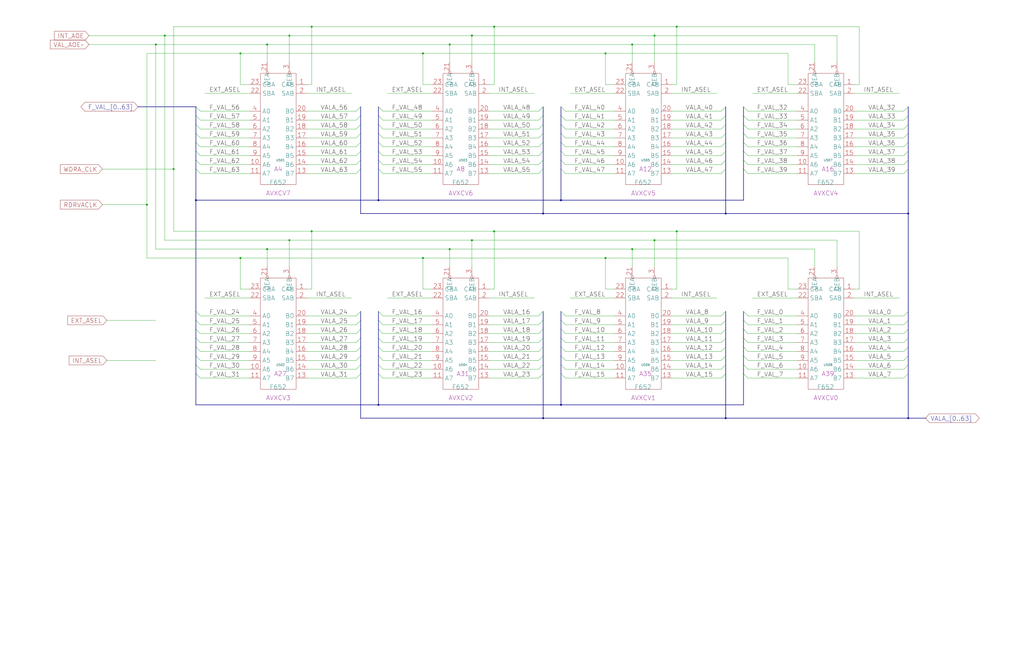
<source format=kicad_sch>
(kicad_sch (version 20250114) (generator "eeschema") (generator_version "9.0")
  (paper "User" 584.2 378.46)
  (title_block (title "AXCVR\\nVALUE") (date "08-MAR-90") (rev "0.0") (comment 1 "MEM32 BOARD") (comment 2 "232-003066") (comment 3 "S400") (comment 4 "RELEASED"))
  (lib_symbols
    (symbol "r1000:F652" (pin_names (offset 1.016))
      (property "Reference" "U" (at 2.54 5.08 0))
      (property "Value" "F652" (at -3.81 -7.62 0))
      (property "Location" "___" (at -1.27 0 0))
      (property "Name" "______" (at 1.27 -15.24 0))
      (symbol "F652_1_1"
        (rectangle (start -8.89 54.61) (end 11.43 -8.89))
        (circle (center -5.08 55.245) (radius 0.635))
        (circle (center 7.62 55.245) (radius 0.635))
        (pin input line (at -15.24 48.26 0) (length 6.35) (name "CBA") (number "23"))
        (pin input line (at -15.24 43.18 0) (length 6.35) (name "SBA") (number "22"))
        (pin bidirectional line (at -15.24 33.02 0) (length 6.35) (name "A0") (number "4"))
        (pin bidirectional line (at -15.24 27.94 0) (length 6.35) (name "A1") (number "5"))
        (pin bidirectional line (at -15.24 22.86 0) (length 6.35) (name "A2") (number "6"))
        (pin bidirectional line (at -15.24 17.78 0) (length 6.35) (name "A3") (number "7"))
        (pin bidirectional line (at -15.24 12.7 0) (length 6.35) (name "A4") (number "8"))
        (pin bidirectional line (at -15.24 7.62 0) (length 6.35) (name "A5") (number "9"))
        (pin bidirectional line (at -15.24 2.54 0) (length 6.35) (name "A6") (number "10"))
        (pin bidirectional line (at -15.24 -2.54 0) (length 6.35) (name "A7") (number "11"))
        (pin input line (at -5.08 60.96 270) (length 5.08) (name "OEA") (number "21"))
        (pin input line (at 7.62 60.96 270) (length 5.08) (name "OEB") (number "3"))
        (pin input line (at 17.78 48.26 180) (length 6.35) (name "CAB") (number "1"))
        (pin input line (at 17.78 43.18 180) (length 6.35) (name "SAB") (number "2"))
        (pin bidirectional line (at 17.78 33.02 180) (length 6.35) (name "B0") (number "20"))
        (pin bidirectional line (at 17.78 27.94 180) (length 6.35) (name "B1") (number "19"))
        (pin bidirectional line (at 17.78 22.86 180) (length 6.35) (name "B2") (number "18"))
        (pin bidirectional line (at 17.78 17.78 180) (length 6.35) (name "B3") (number "17"))
        (pin bidirectional line (at 17.78 12.7 180) (length 6.35) (name "B4") (number "16"))
        (pin bidirectional line (at 17.78 7.62 180) (length 6.35) (name "B5") (number "15"))
        (pin bidirectional line (at 17.78 2.54 180) (length 6.35) (name "B6") (number "14"))
        (pin bidirectional line (at 17.78 -2.54 180) (length 6.35) (name "B7") (number "13"))
      )
    )
  )
  (junction (at 518.16 238.76))
  (junction (at 165.1 137.16))
  (junction (at 215.9 231.14))
  (junction (at 256.54 25.4))
  (junction (at 152.4 25.4))
  (junction (at 241.3 30.48))
  (junction (at 93.98 20.32))
  (junction (at 165.1 20.32))
  (junction (at 215.9 114.3))
  (junction (at 309.88 238.76))
  (junction (at 83.82 116.84))
  (junction (at 518.16 121.92))
  (junction (at 360.68 142.24))
  (junction (at 320.04 114.3))
  (junction (at 414.02 121.92))
  (junction (at 360.68 25.4))
  (junction (at 281.94 15.24))
  (junction (at 137.16 30.48))
  (junction (at 269.24 20.32))
  (junction (at 269.24 137.16))
  (junction (at 345.44 30.48))
  (junction (at 137.16 147.32))
  (junction (at 256.54 142.24))
  (junction (at 345.44 147.32))
  (junction (at 373.38 20.32))
  (junction (at 373.38 137.16))
  (junction (at 309.88 121.92))
  (junction (at 241.3 147.32))
  (junction (at 177.8 132.08))
  (junction (at 99.06 96.52))
  (junction (at 177.8 15.24))
  (junction (at 386.08 15.24))
  (junction (at 281.94 132.08))
  (junction (at 320.04 231.14))
  (junction (at 414.02 238.76))
  (junction (at 111.76 114.3))
  (junction (at 88.9 25.4))
  (junction (at 152.4 142.24))
  (junction (at 386.08 132.08))
  (bus_entry (at 111.76 91.44) (size 2.54 2.54))
  (bus_entry (at 424.18 96.52) (size 2.54 2.54))
  (bus_entry (at 309.88 96.52) (size -2.54 2.54))
  (bus_entry (at 215.9 177.8) (size 2.54 2.54))
  (bus_entry (at 518.16 213.36) (size -2.54 2.54))
  (bus_entry (at 205.74 182.88) (size -2.54 2.54))
  (bus_entry (at 309.88 71.12) (size -2.54 2.54))
  (bus_entry (at 205.74 193.04) (size -2.54 2.54))
  (bus_entry (at 215.9 81.28) (size 2.54 2.54))
  (bus_entry (at 320.04 208.28) (size 2.54 2.54))
  (bus_entry (at 111.76 208.28) (size 2.54 2.54))
  (bus_entry (at 309.88 198.12) (size -2.54 2.54))
  (bus_entry (at 518.16 81.28) (size -2.54 2.54))
  (bus_entry (at 205.74 60.96) (size -2.54 2.54))
  (bus_entry (at 111.76 71.12) (size 2.54 2.54))
  (bus_entry (at 205.74 81.28) (size -2.54 2.54))
  (bus_entry (at 320.04 193.04) (size 2.54 2.54))
  (bus_entry (at 320.04 66.04) (size 2.54 2.54))
  (bus_entry (at 205.74 187.96) (size -2.54 2.54))
  (bus_entry (at 309.88 203.2) (size -2.54 2.54))
  (bus_entry (at 320.04 81.28) (size 2.54 2.54))
  (bus_entry (at 111.76 177.8) (size 2.54 2.54))
  (bus_entry (at 215.9 182.88) (size 2.54 2.54))
  (bus_entry (at 414.02 66.04) (size -2.54 2.54))
  (bus_entry (at 414.02 182.88) (size -2.54 2.54))
  (bus_entry (at 320.04 213.36) (size 2.54 2.54))
  (bus_entry (at 215.9 60.96) (size 2.54 2.54))
  (bus_entry (at 205.74 76.2) (size -2.54 2.54))
  (bus_entry (at 518.16 66.04) (size -2.54 2.54))
  (bus_entry (at 414.02 60.96) (size -2.54 2.54))
  (bus_entry (at 518.16 96.52) (size -2.54 2.54))
  (bus_entry (at 111.76 182.88) (size 2.54 2.54))
  (bus_entry (at 518.16 177.8) (size -2.54 2.54))
  (bus_entry (at 205.74 91.44) (size -2.54 2.54))
  (bus_entry (at 309.88 81.28) (size -2.54 2.54))
  (bus_entry (at 320.04 60.96) (size 2.54 2.54))
  (bus_entry (at 414.02 177.8) (size -2.54 2.54))
  (bus_entry (at 215.9 86.36) (size 2.54 2.54))
  (bus_entry (at 205.74 213.36) (size -2.54 2.54))
  (bus_entry (at 205.74 177.8) (size -2.54 2.54))
  (bus_entry (at 320.04 187.96) (size 2.54 2.54))
  (bus_entry (at 309.88 60.96) (size -2.54 2.54))
  (bus_entry (at 414.02 91.44) (size -2.54 2.54))
  (bus_entry (at 215.9 76.2) (size 2.54 2.54))
  (bus_entry (at 414.02 96.52) (size -2.54 2.54))
  (bus_entry (at 424.18 187.96) (size 2.54 2.54))
  (bus_entry (at 320.04 71.12) (size 2.54 2.54))
  (bus_entry (at 215.9 193.04) (size 2.54 2.54))
  (bus_entry (at 111.76 76.2) (size 2.54 2.54))
  (bus_entry (at 309.88 177.8) (size -2.54 2.54))
  (bus_entry (at 320.04 177.8) (size 2.54 2.54))
  (bus_entry (at 111.76 203.2) (size 2.54 2.54))
  (bus_entry (at 215.9 198.12) (size 2.54 2.54))
  (bus_entry (at 424.18 213.36) (size 2.54 2.54))
  (bus_entry (at 414.02 213.36) (size -2.54 2.54))
  (bus_entry (at 320.04 76.2) (size 2.54 2.54))
  (bus_entry (at 414.02 193.04) (size -2.54 2.54))
  (bus_entry (at 414.02 198.12) (size -2.54 2.54))
  (bus_entry (at 424.18 86.36) (size 2.54 2.54))
  (bus_entry (at 424.18 91.44) (size 2.54 2.54))
  (bus_entry (at 309.88 91.44) (size -2.54 2.54))
  (bus_entry (at 518.16 193.04) (size -2.54 2.54))
  (bus_entry (at 215.9 208.28) (size 2.54 2.54))
  (bus_entry (at 215.9 96.52) (size 2.54 2.54))
  (bus_entry (at 309.88 76.2) (size -2.54 2.54))
  (bus_entry (at 309.88 193.04) (size -2.54 2.54))
  (bus_entry (at 111.76 193.04) (size 2.54 2.54))
  (bus_entry (at 414.02 208.28) (size -2.54 2.54))
  (bus_entry (at 424.18 208.28) (size 2.54 2.54))
  (bus_entry (at 518.16 187.96) (size -2.54 2.54))
  (bus_entry (at 414.02 187.96) (size -2.54 2.54))
  (bus_entry (at 414.02 86.36) (size -2.54 2.54))
  (bus_entry (at 320.04 91.44) (size 2.54 2.54))
  (bus_entry (at 111.76 86.36) (size 2.54 2.54))
  (bus_entry (at 111.76 60.96) (size 2.54 2.54))
  (bus_entry (at 414.02 203.2) (size -2.54 2.54))
  (bus_entry (at 424.18 177.8) (size 2.54 2.54))
  (bus_entry (at 111.76 96.52) (size 2.54 2.54))
  (bus_entry (at 111.76 198.12) (size 2.54 2.54))
  (bus_entry (at 111.76 66.04) (size 2.54 2.54))
  (bus_entry (at 518.16 208.28) (size -2.54 2.54))
  (bus_entry (at 424.18 71.12) (size 2.54 2.54))
  (bus_entry (at 424.18 193.04) (size 2.54 2.54))
  (bus_entry (at 215.9 71.12) (size 2.54 2.54))
  (bus_entry (at 309.88 66.04) (size -2.54 2.54))
  (bus_entry (at 320.04 182.88) (size 2.54 2.54))
  (bus_entry (at 215.9 203.2) (size 2.54 2.54))
  (bus_entry (at 111.76 81.28) (size 2.54 2.54))
  (bus_entry (at 309.88 208.28) (size -2.54 2.54))
  (bus_entry (at 205.74 86.36) (size -2.54 2.54))
  (bus_entry (at 205.74 96.52) (size -2.54 2.54))
  (bus_entry (at 518.16 86.36) (size -2.54 2.54))
  (bus_entry (at 414.02 81.28) (size -2.54 2.54))
  (bus_entry (at 320.04 86.36) (size 2.54 2.54))
  (bus_entry (at 205.74 208.28) (size -2.54 2.54))
  (bus_entry (at 320.04 203.2) (size 2.54 2.54))
  (bus_entry (at 518.16 203.2) (size -2.54 2.54))
  (bus_entry (at 414.02 76.2) (size -2.54 2.54))
  (bus_entry (at 309.88 187.96) (size -2.54 2.54))
  (bus_entry (at 424.18 203.2) (size 2.54 2.54))
  (bus_entry (at 424.18 60.96) (size 2.54 2.54))
  (bus_entry (at 518.16 91.44) (size -2.54 2.54))
  (bus_entry (at 309.88 182.88) (size -2.54 2.54))
  (bus_entry (at 111.76 213.36) (size 2.54 2.54))
  (bus_entry (at 309.88 86.36) (size -2.54 2.54))
  (bus_entry (at 424.18 76.2) (size 2.54 2.54))
  (bus_entry (at 320.04 96.52) (size 2.54 2.54))
  (bus_entry (at 215.9 213.36) (size 2.54 2.54))
  (bus_entry (at 205.74 66.04) (size -2.54 2.54))
  (bus_entry (at 205.74 71.12) (size -2.54 2.54))
  (bus_entry (at 215.9 187.96) (size 2.54 2.54))
  (bus_entry (at 424.18 66.04) (size 2.54 2.54))
  (bus_entry (at 320.04 198.12) (size 2.54 2.54))
  (bus_entry (at 424.18 182.88) (size 2.54 2.54))
  (bus_entry (at 518.16 76.2) (size -2.54 2.54))
  (bus_entry (at 518.16 60.96) (size -2.54 2.54))
  (bus_entry (at 424.18 198.12) (size 2.54 2.54))
  (bus_entry (at 215.9 91.44) (size 2.54 2.54))
  (bus_entry (at 215.9 66.04) (size 2.54 2.54))
  (bus_entry (at 205.74 198.12) (size -2.54 2.54))
  (bus_entry (at 414.02 71.12) (size -2.54 2.54))
  (bus_entry (at 205.74 203.2) (size -2.54 2.54))
  (bus_entry (at 111.76 187.96) (size 2.54 2.54))
  (bus_entry (at 309.88 213.36) (size -2.54 2.54))
  (bus_entry (at 518.16 198.12) (size -2.54 2.54))
  (bus_entry (at 518.16 71.12) (size -2.54 2.54))
  (bus_entry (at 518.16 182.88) (size -2.54 2.54))
  (bus_entry (at 424.18 81.28) (size 2.54 2.54))
  (wire (pts (xy 246.38 48.26) (xy 241.3 48.26)))
  (wire (pts (xy 137.16 30.48) (xy 83.82 30.48)))
  (bus (pts (xy 309.88 76.2) (xy 309.88 81.28)))
  (wire (pts (xy 383.54 195.58) (xy 411.48 195.58)))
  (bus (pts (xy 424.18 81.28) (xy 424.18 86.36)))
  (wire (pts (xy 88.9 142.24) (xy 88.9 25.4)))
  (bus (pts (xy 518.16 96.52) (xy 518.16 121.92)))
  (wire (pts (xy 426.72 78.74) (xy 454.66 78.74)))
  (bus (pts (xy 215.9 203.2) (xy 215.9 208.28)))
  (wire (pts (xy 487.68 180.34) (xy 515.62 180.34)))
  (bus (pts (xy 309.88 238.76) (xy 414.02 238.76)))
  (bus (pts (xy 111.76 114.3) (xy 215.9 114.3)))
  (wire (pts (xy 325.12 53.34) (xy 350.52 53.34)))
  (wire (pts (xy 175.26 99.06) (xy 203.2 99.06)))
  (wire (pts (xy 114.3 195.58) (xy 142.24 195.58)))
  (bus (pts (xy 414.02 86.36) (xy 414.02 91.44)))
  (bus (pts (xy 518.16 71.12) (xy 518.16 76.2)))
  (wire (pts (xy 487.68 185.42) (xy 515.62 185.42)))
  (bus (pts (xy 111.76 231.14) (xy 215.9 231.14)))
  (wire (pts (xy 175.26 205.74) (xy 203.2 205.74)))
  (bus (pts (xy 320.04 76.2) (xy 320.04 81.28)))
  (wire (pts (xy 93.98 20.32) (xy 93.98 137.16)))
  (bus (pts (xy 309.88 177.8) (xy 309.88 182.88)))
  (bus (pts (xy 205.74 208.28) (xy 205.74 213.36)))
  (wire (pts (xy 114.3 88.9) (xy 142.24 88.9)))
  (wire (pts (xy 487.68 165.1) (xy 490.22 165.1)))
  (wire (pts (xy 426.72 200.66) (xy 454.66 200.66)))
  (bus (pts (xy 320.04 198.12) (xy 320.04 203.2)))
  (bus (pts (xy 309.88 96.52) (xy 309.88 121.92)))
  (bus (pts (xy 414.02 238.76) (xy 518.16 238.76)))
  (bus (pts (xy 414.02 198.12) (xy 414.02 203.2)))
  (bus (pts (xy 205.74 121.92) (xy 309.88 121.92)))
  (wire (pts (xy 279.4 83.82) (xy 307.34 83.82)))
  (bus (pts (xy 205.74 86.36) (xy 205.74 91.44)))
  (bus (pts (xy 518.16 91.44) (xy 518.16 96.52)))
  (wire (pts (xy 279.4 215.9) (xy 307.34 215.9)))
  (wire (pts (xy 386.08 132.08) (xy 386.08 165.1)))
  (wire (pts (xy 279.4 210.82) (xy 307.34 210.82)))
  (wire (pts (xy 487.68 195.58) (xy 515.62 195.58)))
  (wire (pts (xy 114.3 93.98) (xy 142.24 93.98)))
  (bus (pts (xy 320.04 91.44) (xy 320.04 96.52)))
  (wire (pts (xy 360.68 142.24) (xy 360.68 152.4)))
  (bus (pts (xy 320.04 182.88) (xy 320.04 187.96)))
  (bus (pts (xy 424.18 76.2) (xy 424.18 81.28)))
  (bus (pts (xy 309.88 86.36) (xy 309.88 91.44)))
  (bus (pts (xy 414.02 71.12) (xy 414.02 76.2)))
  (bus (pts (xy 424.18 182.88) (xy 424.18 187.96)))
  (wire (pts (xy 88.9 25.4) (xy 152.4 25.4)))
  (bus (pts (xy 309.88 66.04) (xy 309.88 71.12)))
  (bus (pts (xy 320.04 81.28) (xy 320.04 86.36)))
  (wire (pts (xy 449.58 147.32) (xy 449.58 165.1)))
  (wire (pts (xy 383.54 78.74) (xy 411.48 78.74)))
  (wire (pts (xy 269.24 137.16) (xy 373.38 137.16)))
  (wire (pts (xy 152.4 142.24) (xy 88.9 142.24)))
  (wire (pts (xy 383.54 83.82) (xy 411.48 83.82)))
  (wire (pts (xy 175.26 170.18) (xy 200.66 170.18)))
  (wire (pts (xy 256.54 142.24) (xy 256.54 152.4)))
  (bus (pts (xy 320.04 114.3) (xy 424.18 114.3)))
  (bus (pts (xy 320.04 60.96) (xy 320.04 66.04)))
  (bus (pts (xy 215.9 86.36) (xy 215.9 91.44)))
  (bus (pts (xy 205.74 187.96) (xy 205.74 193.04)))
  (bus (pts (xy 205.74 238.76) (xy 309.88 238.76)))
  (wire (pts (xy 360.68 142.24) (xy 256.54 142.24)))
  (wire (pts (xy 345.44 147.32) (xy 345.44 165.1)))
  (wire (pts (xy 279.4 73.66) (xy 307.34 73.66)))
  (wire (pts (xy 114.3 73.66) (xy 142.24 73.66)))
  (wire (pts (xy 383.54 190.5) (xy 411.48 190.5)))
  (bus (pts (xy 215.9 66.04) (xy 215.9 71.12)))
  (bus (pts (xy 78.74 60.96) (xy 111.76 60.96)))
  (wire (pts (xy 322.58 99.06) (xy 350.52 99.06)))
  (bus (pts (xy 309.88 213.36) (xy 309.88 238.76)))
  (wire (pts (xy 454.66 48.26) (xy 449.58 48.26)))
  (wire (pts (xy 487.68 48.26) (xy 490.22 48.26)))
  (bus (pts (xy 215.9 114.3) (xy 320.04 114.3)))
  (bus (pts (xy 111.76 96.52) (xy 111.76 114.3)))
  (wire (pts (xy 487.68 190.5) (xy 515.62 190.5)))
  (wire (pts (xy 464.82 25.4) (xy 464.82 35.56)))
  (wire (pts (xy 383.54 63.5) (xy 411.48 63.5)))
  (bus (pts (xy 424.18 193.04) (xy 424.18 198.12)))
  (wire (pts (xy 165.1 20.32) (xy 93.98 20.32)))
  (wire (pts (xy 218.44 205.74) (xy 246.38 205.74)))
  (bus (pts (xy 518.16 187.96) (xy 518.16 193.04)))
  (wire (pts (xy 218.44 93.98) (xy 246.38 93.98)))
  (bus (pts (xy 414.02 81.28) (xy 414.02 86.36)))
  (wire (pts (xy 279.4 63.5) (xy 307.34 63.5)))
  (wire (pts (xy 386.08 15.24) (xy 490.22 15.24)))
  (wire (pts (xy 175.26 185.42) (xy 203.2 185.42)))
  (wire (pts (xy 383.54 180.34) (xy 411.48 180.34)))
  (bus (pts (xy 205.74 71.12) (xy 205.74 76.2)))
  (wire (pts (xy 58.42 96.52) (xy 99.06 96.52)))
  (bus (pts (xy 424.18 187.96) (xy 424.18 193.04)))
  (wire (pts (xy 246.38 165.1) (xy 241.3 165.1)))
  (wire (pts (xy 152.4 142.24) (xy 152.4 152.4)))
  (bus (pts (xy 414.02 213.36) (xy 414.02 238.76)))
  (wire (pts (xy 279.4 88.9) (xy 307.34 88.9)))
  (wire (pts (xy 218.44 83.82) (xy 246.38 83.82)))
  (bus (pts (xy 205.74 198.12) (xy 205.74 203.2)))
  (bus (pts (xy 111.76 114.3) (xy 111.76 177.8)))
  (bus (pts (xy 205.74 76.2) (xy 205.74 81.28)))
  (wire (pts (xy 175.26 195.58) (xy 203.2 195.58)))
  (wire (pts (xy 114.3 83.82) (xy 142.24 83.82)))
  (wire (pts (xy 322.58 190.5) (xy 350.52 190.5)))
  (wire (pts (xy 487.68 78.74) (xy 515.62 78.74)))
  (bus (pts (xy 215.9 71.12) (xy 215.9 76.2)))
  (bus (pts (xy 414.02 121.92) (xy 518.16 121.92)))
  (wire (pts (xy 322.58 73.66) (xy 350.52 73.66)))
  (wire (pts (xy 165.1 137.16) (xy 269.24 137.16)))
  (wire (pts (xy 218.44 180.34) (xy 246.38 180.34)))
  (wire (pts (xy 114.3 185.42) (xy 142.24 185.42)))
  (bus (pts (xy 518.16 198.12) (xy 518.16 203.2)))
  (wire (pts (xy 114.3 68.58) (xy 142.24 68.58)))
  (bus (pts (xy 111.76 71.12) (xy 111.76 76.2)))
  (wire (pts (xy 218.44 195.58) (xy 246.38 195.58)))
  (bus (pts (xy 424.18 71.12) (xy 424.18 76.2)))
  (bus (pts (xy 205.74 81.28) (xy 205.74 86.36)))
  (wire (pts (xy 487.68 215.9) (xy 515.62 215.9)))
  (wire (pts (xy 322.58 210.82) (xy 350.52 210.82)))
  (wire (pts (xy 218.44 200.66) (xy 246.38 200.66)))
  (wire (pts (xy 322.58 180.34) (xy 350.52 180.34)))
  (wire (pts (xy 279.4 48.26) (xy 281.94 48.26)))
  (wire (pts (xy 60.96 205.74) (xy 88.9 205.74)))
  (wire (pts (xy 152.4 25.4) (xy 256.54 25.4)))
  (bus (pts (xy 205.74 66.04) (xy 205.74 71.12)))
  (wire (pts (xy 449.58 30.48) (xy 345.44 30.48)))
  (bus (pts (xy 424.18 86.36) (xy 424.18 91.44)))
  (wire (pts (xy 175.26 165.1) (xy 177.8 165.1)))
  (bus (pts (xy 215.9 198.12) (xy 215.9 203.2)))
  (wire (pts (xy 490.22 132.08) (xy 386.08 132.08)))
  (bus (pts (xy 205.74 60.96) (xy 205.74 66.04)))
  (wire (pts (xy 279.4 180.34) (xy 307.34 180.34)))
  (wire (pts (xy 114.3 180.34) (xy 142.24 180.34)))
  (wire (pts (xy 383.54 53.34) (xy 408.94 53.34)))
  (wire (pts (xy 165.1 20.32) (xy 165.1 35.56)))
  (wire (pts (xy 177.8 132.08) (xy 177.8 165.1)))
  (wire (pts (xy 383.54 185.42) (xy 411.48 185.42)))
  (wire (pts (xy 58.42 116.84) (xy 83.82 116.84)))
  (wire (pts (xy 114.3 63.5) (xy 142.24 63.5)))
  (wire (pts (xy 383.54 48.26) (xy 386.08 48.26)))
  (bus (pts (xy 111.76 187.96) (xy 111.76 193.04)))
  (bus (pts (xy 424.18 213.36) (xy 424.18 231.14)))
  (bus (pts (xy 518.16 213.36) (xy 518.16 238.76)))
  (bus (pts (xy 309.88 187.96) (xy 309.88 193.04)))
  (wire (pts (xy 50.8 20.32) (xy 93.98 20.32)))
  (wire (pts (xy 279.4 205.74) (xy 307.34 205.74)))
  (wire (pts (xy 60.96 182.88) (xy 88.9 182.88)))
  (bus (pts (xy 414.02 76.2) (xy 414.02 81.28)))
  (bus (pts (xy 320.04 208.28) (xy 320.04 213.36)))
  (bus (pts (xy 111.76 60.96) (xy 111.76 66.04)))
  (wire (pts (xy 241.3 30.48) (xy 241.3 48.26)))
  (wire (pts (xy 50.8 25.4) (xy 88.9 25.4)))
  (bus (pts (xy 414.02 96.52) (xy 414.02 121.92)))
  (wire (pts (xy 279.4 170.18) (xy 304.8 170.18)))
  (wire (pts (xy 426.72 73.66) (xy 454.66 73.66)))
  (bus (pts (xy 518.16 208.28) (xy 518.16 213.36)))
  (bus (pts (xy 424.18 203.2) (xy 424.18 208.28)))
  (bus (pts (xy 414.02 60.96) (xy 414.02 66.04)))
  (bus (pts (xy 424.18 60.96) (xy 424.18 66.04)))
  (wire (pts (xy 383.54 165.1) (xy 386.08 165.1)))
  (wire (pts (xy 426.72 63.5) (xy 454.66 63.5)))
  (bus (pts (xy 320.04 71.12) (xy 320.04 76.2)))
  (bus (pts (xy 309.88 193.04) (xy 309.88 198.12)))
  (bus (pts (xy 320.04 96.52) (xy 320.04 114.3)))
  (wire (pts (xy 426.72 205.74) (xy 454.66 205.74)))
  (wire (pts (xy 241.3 30.48) (xy 137.16 30.48)))
  (wire (pts (xy 322.58 205.74) (xy 350.52 205.74)))
  (wire (pts (xy 383.54 93.98) (xy 411.48 93.98)))
  (wire (pts (xy 454.66 165.1) (xy 449.58 165.1)))
  (wire (pts (xy 449.58 30.48) (xy 449.58 48.26)))
  (bus (pts (xy 111.76 81.28) (xy 111.76 86.36)))
  (bus (pts (xy 309.88 182.88) (xy 309.88 187.96)))
  (bus (pts (xy 205.74 182.88) (xy 205.74 187.96)))
  (wire (pts (xy 426.72 195.58) (xy 454.66 195.58)))
  (wire (pts (xy 114.3 210.82) (xy 142.24 210.82)))
  (wire (pts (xy 175.26 180.34) (xy 203.2 180.34)))
  (wire (pts (xy 477.52 20.32) (xy 477.52 35.56)))
  (wire (pts (xy 386.08 15.24) (xy 386.08 48.26)))
  (bus (pts (xy 215.9 81.28) (xy 215.9 86.36)))
  (wire (pts (xy 487.68 99.06) (xy 515.62 99.06)))
  (wire (pts (xy 383.54 99.06) (xy 411.48 99.06)))
  (wire (pts (xy 383.54 68.58) (xy 411.48 68.58)))
  (bus (pts (xy 111.76 203.2) (xy 111.76 208.28)))
  (bus (pts (xy 424.18 198.12) (xy 424.18 203.2)))
  (wire (pts (xy 360.68 25.4) (xy 464.82 25.4)))
  (wire (pts (xy 279.4 93.98) (xy 307.34 93.98)))
  (wire (pts (xy 429.26 53.34) (xy 454.66 53.34)))
  (wire (pts (xy 177.8 15.24) (xy 177.8 48.26)))
  (wire (pts (xy 383.54 170.18) (xy 408.94 170.18)))
  (bus (pts (xy 518.16 177.8) (xy 518.16 182.88)))
  (wire (pts (xy 218.44 210.82) (xy 246.38 210.82)))
  (bus (pts (xy 111.76 198.12) (xy 111.76 203.2)))
  (wire (pts (xy 175.26 78.74) (xy 203.2 78.74)))
  (wire (pts (xy 322.58 63.5) (xy 350.52 63.5)))
  (bus (pts (xy 111.76 213.36) (xy 111.76 231.14)))
  (bus (pts (xy 205.74 203.2) (xy 205.74 208.28)))
  (wire (pts (xy 218.44 68.58) (xy 246.38 68.58)))
  (wire (pts (xy 386.08 132.08) (xy 281.94 132.08)))
  (bus (pts (xy 424.18 66.04) (xy 424.18 71.12)))
  (wire (pts (xy 426.72 99.06) (xy 454.66 99.06)))
  (bus (pts (xy 518.16 238.76) (xy 528.32 238.76)))
  (wire (pts (xy 175.26 48.26) (xy 177.8 48.26)))
  (wire (pts (xy 345.44 30.48) (xy 345.44 48.26)))
  (wire (pts (xy 83.82 30.48) (xy 83.82 116.84)))
  (wire (pts (xy 383.54 205.74) (xy 411.48 205.74)))
  (wire (pts (xy 256.54 25.4) (xy 360.68 25.4)))
  (bus (pts (xy 414.02 182.88) (xy 414.02 187.96)))
  (wire (pts (xy 373.38 137.16) (xy 477.52 137.16)))
  (wire (pts (xy 487.68 210.82) (xy 515.62 210.82)))
  (wire (pts (xy 93.98 137.16) (xy 165.1 137.16)))
  (wire (pts (xy 487.68 68.58) (xy 515.62 68.58)))
  (wire (pts (xy 487.68 63.5) (xy 515.62 63.5)))
  (wire (pts (xy 137.16 147.32) (xy 137.16 165.1)))
  (wire (pts (xy 175.26 215.9) (xy 203.2 215.9)))
  (bus (pts (xy 215.9 213.36) (xy 215.9 231.14)))
  (wire (pts (xy 152.4 25.4) (xy 152.4 35.56)))
  (bus (pts (xy 205.74 177.8) (xy 205.74 182.88)))
  (bus (pts (xy 309.88 121.92) (xy 414.02 121.92)))
  (wire (pts (xy 175.26 63.5) (xy 203.2 63.5)))
  (wire (pts (xy 241.3 147.32) (xy 241.3 165.1)))
  (wire (pts (xy 487.68 83.82) (xy 515.62 83.82)))
  (wire (pts (xy 83.82 147.32) (xy 137.16 147.32)))
  (wire (pts (xy 114.3 78.74) (xy 142.24 78.74)))
  (bus (pts (xy 518.16 86.36) (xy 518.16 91.44)))
  (wire (pts (xy 279.4 190.5) (xy 307.34 190.5)))
  (wire (pts (xy 137.16 30.48) (xy 137.16 48.26)))
  (bus (pts (xy 518.16 60.96) (xy 518.16 66.04)))
  (wire (pts (xy 477.52 137.16) (xy 477.52 152.4)))
  (wire (pts (xy 322.58 195.58) (xy 350.52 195.58)))
  (wire (pts (xy 177.8 132.08) (xy 99.06 132.08)))
  (wire (pts (xy 350.52 165.1) (xy 345.44 165.1)))
  (wire (pts (xy 360.68 25.4) (xy 360.68 35.56)))
  (bus (pts (xy 215.9 76.2) (xy 215.9 81.28)))
  (wire (pts (xy 279.4 53.34) (xy 304.8 53.34)))
  (bus (pts (xy 414.02 91.44) (xy 414.02 96.52)))
  (bus (pts (xy 215.9 60.96) (xy 215.9 66.04)))
  (wire (pts (xy 281.94 132.08) (xy 177.8 132.08)))
  (bus (pts (xy 215.9 182.88) (xy 215.9 187.96)))
  (wire (pts (xy 426.72 180.34) (xy 454.66 180.34)))
  (wire (pts (xy 383.54 73.66) (xy 411.48 73.66)))
  (wire (pts (xy 83.82 116.84) (xy 83.82 147.32)))
  (wire (pts (xy 373.38 20.32) (xy 269.24 20.32)))
  (bus (pts (xy 309.88 60.96) (xy 309.88 66.04)))
  (bus (pts (xy 518.16 76.2) (xy 518.16 81.28)))
  (wire (pts (xy 426.72 93.98) (xy 454.66 93.98)))
  (bus (pts (xy 414.02 66.04) (xy 414.02 71.12)))
  (wire (pts (xy 269.24 20.32) (xy 165.1 20.32)))
  (wire (pts (xy 487.68 93.98) (xy 515.62 93.98)))
  (bus (pts (xy 320.04 231.14) (xy 424.18 231.14)))
  (wire (pts (xy 175.26 210.82) (xy 203.2 210.82)))
  (bus (pts (xy 414.02 208.28) (xy 414.02 213.36)))
  (wire (pts (xy 322.58 200.66) (xy 350.52 200.66)))
  (wire (pts (xy 220.98 170.18) (xy 246.38 170.18)))
  (wire (pts (xy 218.44 190.5) (xy 246.38 190.5)))
  (wire (pts (xy 177.8 15.24) (xy 281.94 15.24)))
  (bus (pts (xy 414.02 187.96) (xy 414.02 193.04)))
  (bus (pts (xy 111.76 193.04) (xy 111.76 198.12)))
  (wire (pts (xy 218.44 99.06) (xy 246.38 99.06)))
  (wire (pts (xy 322.58 93.98) (xy 350.52 93.98)))
  (wire (pts (xy 490.22 15.24) (xy 490.22 48.26)))
  (wire (pts (xy 345.44 30.48) (xy 241.3 30.48)))
  (bus (pts (xy 215.9 96.52) (xy 215.9 114.3)))
  (wire (pts (xy 383.54 88.9) (xy 411.48 88.9)))
  (bus (pts (xy 424.18 177.8) (xy 424.18 182.88)))
  (wire (pts (xy 487.68 200.66) (xy 515.62 200.66)))
  (wire (pts (xy 345.44 147.32) (xy 449.58 147.32)))
  (wire (pts (xy 322.58 78.74) (xy 350.52 78.74)))
  (wire (pts (xy 426.72 185.42) (xy 454.66 185.42)))
  (bus (pts (xy 320.04 177.8) (xy 320.04 182.88)))
  (wire (pts (xy 218.44 78.74) (xy 246.38 78.74)))
  (bus (pts (xy 309.88 71.12) (xy 309.88 76.2)))
  (bus (pts (xy 518.16 81.28) (xy 518.16 86.36)))
  (bus (pts (xy 518.16 193.04) (xy 518.16 198.12)))
  (wire (pts (xy 175.26 68.58) (xy 203.2 68.58)))
  (wire (pts (xy 218.44 63.5) (xy 246.38 63.5)))
  (wire (pts (xy 279.4 165.1) (xy 281.94 165.1)))
  (wire (pts (xy 281.94 132.08) (xy 281.94 165.1)))
  (wire (pts (xy 350.52 48.26) (xy 345.44 48.26)))
  (wire (pts (xy 279.4 78.74) (xy 307.34 78.74)))
  (wire (pts (xy 218.44 73.66) (xy 246.38 73.66)))
  (wire (pts (xy 281.94 15.24) (xy 386.08 15.24)))
  (bus (pts (xy 518.16 182.88) (xy 518.16 187.96)))
  (bus (pts (xy 309.88 198.12) (xy 309.88 203.2)))
  (bus (pts (xy 309.88 208.28) (xy 309.88 213.36)))
  (bus (pts (xy 414.02 193.04) (xy 414.02 198.12)))
  (bus (pts (xy 414.02 203.2) (xy 414.02 208.28)))
  (wire (pts (xy 175.26 190.5) (xy 203.2 190.5)))
  (bus (pts (xy 205.74 213.36) (xy 205.74 238.76)))
  (wire (pts (xy 114.3 200.66) (xy 142.24 200.66)))
  (wire (pts (xy 175.26 200.66) (xy 203.2 200.66)))
  (bus (pts (xy 111.76 86.36) (xy 111.76 91.44)))
  (wire (pts (xy 322.58 215.9) (xy 350.52 215.9)))
  (wire (pts (xy 281.94 15.24) (xy 281.94 48.26)))
  (bus (pts (xy 518.16 121.92) (xy 518.16 177.8)))
  (wire (pts (xy 220.98 53.34) (xy 246.38 53.34)))
  (wire (pts (xy 383.54 200.66) (xy 411.48 200.66)))
  (wire (pts (xy 426.72 190.5) (xy 454.66 190.5)))
  (bus (pts (xy 205.74 96.52) (xy 205.74 121.92)))
  (bus (pts (xy 424.18 208.28) (xy 424.18 213.36)))
  (wire (pts (xy 322.58 83.82) (xy 350.52 83.82)))
  (wire (pts (xy 426.72 68.58) (xy 454.66 68.58)))
  (wire (pts (xy 325.12 170.18) (xy 350.52 170.18)))
  (wire (pts (xy 175.26 73.66) (xy 203.2 73.66)))
  (wire (pts (xy 218.44 215.9) (xy 246.38 215.9)))
  (bus (pts (xy 215.9 231.14) (xy 320.04 231.14)))
  (bus (pts (xy 111.76 182.88) (xy 111.76 187.96)))
  (wire (pts (xy 487.68 73.66) (xy 515.62 73.66)))
  (wire (pts (xy 490.22 132.08) (xy 490.22 165.1)))
  (bus (pts (xy 309.88 91.44) (xy 309.88 96.52)))
  (bus (pts (xy 414.02 177.8) (xy 414.02 182.88)))
  (wire (pts (xy 322.58 68.58) (xy 350.52 68.58)))
  (wire (pts (xy 487.68 53.34) (xy 513.08 53.34)))
  (wire (pts (xy 373.38 20.32) (xy 373.38 35.56)))
  (wire (pts (xy 464.82 142.24) (xy 360.68 142.24)))
  (wire (pts (xy 114.3 215.9) (xy 142.24 215.9)))
  (wire (pts (xy 165.1 137.16) (xy 165.1 152.4)))
  (wire (pts (xy 383.54 210.82) (xy 411.48 210.82)))
  (bus (pts (xy 320.04 187.96) (xy 320.04 193.04)))
  (wire (pts (xy 426.72 210.82) (xy 454.66 210.82)))
  (wire (pts (xy 426.72 83.82) (xy 454.66 83.82)))
  (bus (pts (xy 215.9 187.96) (xy 215.9 193.04)))
  (wire (pts (xy 487.68 205.74) (xy 515.62 205.74)))
  (wire (pts (xy 175.26 83.82) (xy 203.2 83.82)))
  (wire (pts (xy 477.52 20.32) (xy 373.38 20.32)))
  (wire (pts (xy 269.24 137.16) (xy 269.24 152.4)))
  (wire (pts (xy 175.26 93.98) (xy 203.2 93.98)))
  (wire (pts (xy 241.3 147.32) (xy 345.44 147.32)))
  (wire (pts (xy 383.54 215.9) (xy 411.48 215.9)))
  (bus (pts (xy 320.04 193.04) (xy 320.04 198.12)))
  (bus (pts (xy 215.9 193.04) (xy 215.9 198.12)))
  (wire (pts (xy 322.58 185.42) (xy 350.52 185.42)))
  (bus (pts (xy 205.74 193.04) (xy 205.74 198.12)))
  (wire (pts (xy 116.84 170.18) (xy 142.24 170.18)))
  (bus (pts (xy 111.76 177.8) (xy 111.76 182.88)))
  (wire (pts (xy 269.24 20.32) (xy 269.24 35.56)))
  (wire (pts (xy 322.58 88.9) (xy 350.52 88.9)))
  (bus (pts (xy 424.18 96.52) (xy 424.18 114.3)))
  (wire (pts (xy 218.44 88.9) (xy 246.38 88.9)))
  (bus (pts (xy 111.76 91.44) (xy 111.76 96.52)))
  (wire (pts (xy 99.06 132.08) (xy 99.06 96.52)))
  (wire (pts (xy 487.68 170.18) (xy 513.08 170.18)))
  (wire (pts (xy 99.06 15.24) (xy 177.8 15.24)))
  (wire (pts (xy 142.24 165.1) (xy 137.16 165.1)))
  (bus (pts (xy 111.76 76.2) (xy 111.76 81.28)))
  (wire (pts (xy 373.38 137.16) (xy 373.38 152.4)))
  (wire (pts (xy 429.26 170.18) (xy 454.66 170.18)))
  (wire (pts (xy 256.54 142.24) (xy 152.4 142.24)))
  (bus (pts (xy 309.88 203.2) (xy 309.88 208.28)))
  (bus (pts (xy 424.18 91.44) (xy 424.18 96.52)))
  (bus (pts (xy 215.9 91.44) (xy 215.9 96.52)))
  (wire (pts (xy 279.4 200.66) (xy 307.34 200.66)))
  (bus (pts (xy 111.76 66.04) (xy 111.76 71.12)))
  (bus (pts (xy 215.9 177.8) (xy 215.9 182.88)))
  (wire (pts (xy 114.3 99.06) (xy 142.24 99.06)))
  (wire (pts (xy 137.16 147.32) (xy 241.3 147.32)))
  (wire (pts (xy 218.44 185.42) (xy 246.38 185.42)))
  (wire (pts (xy 426.72 88.9) (xy 454.66 88.9)))
  (bus (pts (xy 518.16 66.04) (xy 518.16 71.12)))
  (wire (pts (xy 99.06 96.52) (xy 99.06 15.24)))
  (wire (pts (xy 487.68 88.9) (xy 515.62 88.9)))
  (wire (pts (xy 175.26 88.9) (xy 203.2 88.9)))
  (bus (pts (xy 111.76 208.28) (xy 111.76 213.36)))
  (bus (pts (xy 309.88 81.28) (xy 309.88 86.36)))
  (wire (pts (xy 175.26 53.34) (xy 200.66 53.34)))
  (wire (pts (xy 114.3 205.74) (xy 142.24 205.74)))
  (wire (pts (xy 279.4 185.42) (xy 307.34 185.42)))
  (wire (pts (xy 279.4 195.58) (xy 307.34 195.58)))
  (bus (pts (xy 320.04 203.2) (xy 320.04 208.28)))
  (wire (pts (xy 116.84 53.34) (xy 142.24 53.34)))
  (wire (pts (xy 279.4 99.06) (xy 307.34 99.06)))
  (wire (pts (xy 279.4 68.58) (xy 307.34 68.58)))
  (wire (pts (xy 426.72 215.9) (xy 454.66 215.9)))
  (bus (pts (xy 320.04 66.04) (xy 320.04 71.12)))
  (bus (pts (xy 320.04 213.36) (xy 320.04 231.14)))
  (wire (pts (xy 464.82 142.24) (xy 464.82 152.4)))
  (bus (pts (xy 320.04 86.36) (xy 320.04 91.44)))
  (wire (pts (xy 256.54 25.4) (xy 256.54 35.56)))
  (bus (pts (xy 205.74 91.44) (xy 205.74 96.52)))
  (wire (pts (xy 142.24 48.26) (xy 137.16 48.26)))
  (bus (pts (xy 215.9 208.28) (xy 215.9 213.36)))
  (wire (pts (xy 114.3 190.5) (xy 142.24 190.5)))
  (bus (pts (xy 518.16 203.2) (xy 518.16 208.28)))
  (label "F_VAL_26" (at 119.38 190.5 0) (effects (font (size 2.54 2.54))))
  (label "F_VAL_56" (at 119.38 63.5 0) (effects (font (size 2.54 2.54))))
  (label "VALA_12" (at 391.16 200.66 0) (effects (font (size 2.54 2.54))))
  (label "F_VAL_17" (at 223.52 185.42 0) (effects (font (size 2.54 2.54))))
  (label "VALA_3" (at 495.3 195.58 0) (effects (font (size 2.54 2.54))))
  (label "F_VAL_12" (at 327.66 200.66 0) (effects (font (size 2.54 2.54))))
  (label "F_VAL_13" (at 327.66 205.74 0) (effects (font (size 2.54 2.54))))
  (label "VALA_26" (at 182.88 190.5 0) (effects (font (size 2.54 2.54))))
  (label "F_VAL_21" (at 223.52 205.74 0) (effects (font (size 2.54 2.54))))
  (label "F_VAL_29" (at 119.38 205.74 0) (effects (font (size 2.54 2.54))))
  (label "VALA_56" (at 182.88 63.5 0) (effects (font (size 2.54 2.54))))
  (label "EXT_ASEL" (at 327.66 53.34 0) (effects (font (size 2.54 2.54))))
  (label "VALA_34" (at 495.3 73.66 0) (effects (font (size 2.54 2.54))))
  (label "F_VAL_7" (at 431.8 215.9 0) (effects (font (size 2.54 2.54))))
  (label "F_VAL_10" (at 327.66 190.5 0) (effects (font (size 2.54 2.54))))
  (label "F_VAL_51" (at 223.52 78.74 0) (effects (font (size 2.54 2.54))))
  (label "F_VAL_27" (at 119.38 195.58 0) (effects (font (size 2.54 2.54))))
  (label "INT_ASEL" (at 492.76 53.34 0) (effects (font (size 2.54 2.54))))
  (label "F_VAL_33" (at 431.8 68.58 0) (effects (font (size 2.54 2.54))))
  (label "VALA_46" (at 391.16 93.98 0) (effects (font (size 2.54 2.54))))
  (label "EXT_ASEL" (at 223.52 53.34 0) (effects (font (size 2.54 2.54))))
  (label "VALA_44" (at 391.16 83.82 0) (effects (font (size 2.54 2.54))))
  (label "F_VAL_30" (at 119.38 210.82 0) (effects (font (size 2.54 2.54))))
  (label "F_VAL_24" (at 119.38 180.34 0) (effects (font (size 2.54 2.54))))
  (label "F_VAL_14" (at 327.66 210.82 0) (effects (font (size 2.54 2.54))))
  (label "VALA_54" (at 287.02 93.98 0) (effects (font (size 2.54 2.54))))
  (label "VALA_20" (at 287.02 200.66 0) (effects (font (size 2.54 2.54))))
  (label "F_VAL_8" (at 327.66 180.34 0) (effects (font (size 2.54 2.54))))
  (label "VALA_37" (at 495.3 88.9 0) (effects (font (size 2.54 2.54))))
  (label "F_VAL_55" (at 223.52 99.06 0) (effects (font (size 2.54 2.54))))
  (label "F_VAL_60" (at 119.38 83.82 0) (effects (font (size 2.54 2.54))))
  (label "F_VAL_39" (at 431.8 99.06 0) (effects (font (size 2.54 2.54))))
  (label "VALA_42" (at 391.16 73.66 0) (effects (font (size 2.54 2.54))))
  (label "F_VAL_40" (at 327.66 63.5 0) (effects (font (size 2.54 2.54))))
  (label "VALA_25" (at 182.88 185.42 0) (effects (font (size 2.54 2.54))))
  (label "VALA_18" (at 287.02 190.5 0) (effects (font (size 2.54 2.54))))
  (label "VALA_16" (at 287.02 180.34 0) (effects (font (size 2.54 2.54))))
  (label "VALA_30" (at 182.88 210.82 0) (effects (font (size 2.54 2.54))))
  (label "VALA_61" (at 182.88 88.9 0) (effects (font (size 2.54 2.54))))
  (label "F_VAL_63" (at 119.38 99.06 0) (effects (font (size 2.54 2.54))))
  (label "F_VAL_9" (at 327.66 185.42 0) (effects (font (size 2.54 2.54))))
  (label "VALA_59" (at 182.88 78.74 0) (effects (font (size 2.54 2.54))))
  (label "F_VAL_2" (at 431.8 190.5 0) (effects (font (size 2.54 2.54))))
  (label "VALA_39" (at 495.3 99.06 0) (effects (font (size 2.54 2.54))))
  (label "VALA_29" (at 182.88 205.74 0) (effects (font (size 2.54 2.54))))
  (label "EXT_ASEL" (at 119.38 170.18 0) (effects (font (size 2.54 2.54))))
  (label "VALA_2" (at 495.3 190.5 0) (effects (font (size 2.54 2.54))))
  (label "F_VAL_31" (at 119.38 215.9 0) (effects (font (size 2.54 2.54))))
  (label "F_VAL_43" (at 327.66 78.74 0) (effects (font (size 2.54 2.54))))
  (label "F_VAL_18" (at 223.52 190.5 0) (effects (font (size 2.54 2.54))))
  (label "VALA_50" (at 287.02 73.66 0) (effects (font (size 2.54 2.54))))
  (label "F_VAL_37" (at 431.8 88.9 0) (effects (font (size 2.54 2.54))))
  (label "VALA_63" (at 182.88 99.06 0) (effects (font (size 2.54 2.54))))
  (label "F_VAL_49" (at 223.52 68.58 0) (effects (font (size 2.54 2.54))))
  (label "EXT_ASEL" (at 327.66 170.18 0) (effects (font (size 2.54 2.54))))
  (label "F_VAL_11" (at 327.66 195.58 0) (effects (font (size 2.54 2.54))))
  (label "VALA_52" (at 287.02 83.82 0) (effects (font (size 2.54 2.54))))
  (label "VALA_11" (at 391.16 195.58 0) (effects (font (size 2.54 2.54))))
  (label "VALA_51" (at 287.02 78.74 0) (effects (font (size 2.54 2.54))))
  (label "VALA_21" (at 287.02 205.74 0) (effects (font (size 2.54 2.54))))
  (label "VALA_57" (at 182.88 68.58 0) (effects (font (size 2.54 2.54))))
  (label "F_VAL_53" (at 223.52 88.9 0) (effects (font (size 2.54 2.54))))
  (label "INT_ASEL" (at 492.76 170.18 0) (effects (font (size 2.54 2.54))))
  (label "VALA_36" (at 495.3 83.82 0) (effects (font (size 2.54 2.54))))
  (label "F_VAL_52" (at 223.52 83.82 0) (effects (font (size 2.54 2.54))))
  (label "VALA_31" (at 182.88 215.9 0) (effects (font (size 2.54 2.54))))
  (label "F_VAL_46" (at 327.66 93.98 0) (effects (font (size 2.54 2.54))))
  (label "VALA_9" (at 391.16 185.42 0) (effects (font (size 2.54 2.54))))
  (label "F_VAL_25" (at 119.38 185.42 0) (effects (font (size 2.54 2.54))))
  (label "F_VAL_35" (at 431.8 78.74 0) (effects (font (size 2.54 2.54))))
  (label "EXT_ASEL" (at 431.8 53.34 0) (effects (font (size 2.54 2.54))))
  (label "F_VAL_61" (at 119.38 88.9 0) (effects (font (size 2.54 2.54))))
  (label "VALA_47" (at 391.16 99.06 0) (effects (font (size 2.54 2.54))))
  (label "VALA_10" (at 391.16 190.5 0) (effects (font (size 2.54 2.54))))
  (label "VALA_0" (at 495.3 180.34 0) (effects (font (size 2.54 2.54))))
  (label "EXT_ASEL" (at 431.8 170.18 0) (effects (font (size 2.54 2.54))))
  (label "F_VAL_59" (at 119.38 78.74 0) (effects (font (size 2.54 2.54))))
  (label "VALA_43" (at 391.16 78.74 0) (effects (font (size 2.54 2.54))))
  (label "F_VAL_6" (at 431.8 210.82 0) (effects (font (size 2.54 2.54))))
  (label "F_VAL_23" (at 223.52 215.9 0) (effects (font (size 2.54 2.54))))
  (label "F_VAL_28" (at 119.38 200.66 0) (effects (font (size 2.54 2.54))))
  (label "F_VAL_3" (at 431.8 195.58 0) (effects (font (size 2.54 2.54))))
  (label "INT_ASEL" (at 284.48 170.18 0) (effects (font (size 2.54 2.54))))
  (label "EXT_ASEL" (at 119.38 53.34 0) (effects (font (size 2.54 2.54))))
  (label "VALA_5" (at 495.3 205.74 0) (effects (font (size 2.54 2.54))))
  (label "F_VAL_5" (at 431.8 205.74 0) (effects (font (size 2.54 2.54))))
  (label "VALA_55" (at 287.02 99.06 0) (effects (font (size 2.54 2.54))))
  (label "VALA_1" (at 495.3 185.42 0) (effects (font (size 2.54 2.54))))
  (label "F_VAL_48" (at 223.52 63.5 0) (effects (font (size 2.54 2.54))))
  (label "VALA_60" (at 182.88 83.82 0) (effects (font (size 2.54 2.54))))
  (label "EXT_ASEL" (at 223.52 170.18 0) (effects (font (size 2.54 2.54))))
  (label "F_VAL_34" (at 431.8 73.66 0) (effects (font (size 2.54 2.54))))
  (label "INT_ASEL" (at 284.48 53.34 0) (effects (font (size 2.54 2.54))))
  (label "VALA_22" (at 287.02 210.82 0) (effects (font (size 2.54 2.54))))
  (label "VALA_58" (at 182.88 73.66 0) (effects (font (size 2.54 2.54))))
  (label "VALA_38" (at 495.3 93.98 0) (effects (font (size 2.54 2.54))))
  (label "VALA_41" (at 391.16 68.58 0) (effects (font (size 2.54 2.54))))
  (label "F_VAL_16" (at 223.52 180.34 0) (effects (font (size 2.54 2.54))))
  (label "F_VAL_58" (at 119.38 73.66 0) (effects (font (size 2.54 2.54))))
  (label "VALA_15" (at 391.16 215.9 0) (effects (font (size 2.54 2.54))))
  (label "INT_ASEL" (at 388.62 53.34 0) (effects (font (size 2.54 2.54))))
  (label "VALA_45" (at 391.16 88.9 0) (effects (font (size 2.54 2.54))))
  (label "INT_ASEL" (at 180.34 170.18 0) (effects (font (size 2.54 2.54))))
  (label "F_VAL_62" (at 119.38 93.98 0) (effects (font (size 2.54 2.54))))
  (label "VALA_24" (at 182.88 180.34 0) (effects (font (size 2.54 2.54))))
  (label "F_VAL_41" (at 327.66 68.58 0) (effects (font (size 2.54 2.54))))
  (label "VALA_27" (at 182.88 195.58 0) (effects (font (size 2.54 2.54))))
  (label "F_VAL_36" (at 431.8 83.82 0) (effects (font (size 2.54 2.54))))
  (label "VALA_53" (at 287.02 88.9 0) (effects (font (size 2.54 2.54))))
  (label "VALA_6" (at 495.3 210.82 0) (effects (font (size 2.54 2.54))))
  (label "F_VAL_38" (at 431.8 93.98 0) (effects (font (size 2.54 2.54))))
  (label "VALA_17" (at 287.02 185.42 0) (effects (font (size 2.54 2.54))))
  (label "F_VAL_1" (at 431.8 185.42 0) (effects (font (size 2.54 2.54))))
  (label "VALA_14" (at 391.16 210.82 0) (effects (font (size 2.54 2.54))))
  (label "VALA_28" (at 182.88 200.66 0) (effects (font (size 2.54 2.54))))
  (label "VALA_7" (at 495.3 215.9 0) (effects (font (size 2.54 2.54))))
  (label "F_VAL_19" (at 223.52 195.58 0) (effects (font (size 2.54 2.54))))
  (label "F_VAL_45" (at 327.66 88.9 0) (effects (font (size 2.54 2.54))))
  (label "F_VAL_4" (at 431.8 200.66 0) (effects (font (size 2.54 2.54))))
  (label "VALA_19" (at 287.02 195.58 0) (effects (font (size 2.54 2.54))))
  (label "F_VAL_0" (at 431.8 180.34 0) (effects (font (size 2.54 2.54))))
  (label "F_VAL_50" (at 223.52 73.66 0) (effects (font (size 2.54 2.54))))
  (label "F_VAL_57" (at 119.38 68.58 0) (effects (font (size 2.54 2.54))))
  (label "INT_ASEL" (at 388.62 170.18 0) (effects (font (size 2.54 2.54))))
  (label "VALA_62" (at 182.88 93.98 0) (effects (font (size 2.54 2.54))))
  (label "VALA_48" (at 287.02 63.5 0) (effects (font (size 2.54 2.54))))
  (label "F_VAL_20" (at 223.52 200.66 0) (effects (font (size 2.54 2.54))))
  (label "VALA_40" (at 391.16 63.5 0) (effects (font (size 2.54 2.54))))
  (label "F_VAL_42" (at 327.66 73.66 0) (effects (font (size 2.54 2.54))))
  (label "VALA_8" (at 391.16 180.34 0) (effects (font (size 2.54 2.54))))
  (label "F_VAL_47" (at 327.66 99.06 0) (effects (font (size 2.54 2.54))))
  (label "INT_ASEL" (at 180.34 53.34 0) (effects (font (size 2.54 2.54))))
  (label "VALA_33" (at 495.3 68.58 0) (effects (font (size 2.54 2.54))))
  (label "VALA_49" (at 287.02 68.58 0) (effects (font (size 2.54 2.54))))
  (label "F_VAL_54" (at 223.52 93.98 0) (effects (font (size 2.54 2.54))))
  (label "VALA_23" (at 287.02 215.9 0) (effects (font (size 2.54 2.54))))
  (label "F_VAL_15" (at 327.66 215.9 0) (effects (font (size 2.54 2.54))))
  (label "F_VAL_32" (at 431.8 63.5 0) (effects (font (size 2.54 2.54))))
  (label "F_VAL_22" (at 223.52 210.82 0) (effects (font (size 2.54 2.54))))
  (label "VALA_35" (at 495.3 78.74 0) (effects (font (size 2.54 2.54))))
  (label "VALA_32" (at 495.3 63.5 0) (effects (font (size 2.54 2.54))))
  (label "F_VAL_44" (at 327.66 83.82 0) (effects (font (size 2.54 2.54))))
  (label "VALA_13" (at 391.16 205.74 0) (effects (font (size 2.54 2.54))))
  (label "VALA_4" (at 495.3 200.66 0) (effects (font (size 2.54 2.54))))
  (global_label "F_VAL_[0..63]" (shape bidirectional) (at 78.74 60.96 180) (effects (font (size 2.54 2.54))) (property "Intersheetrefs" "${INTERSHEET_REFS}" (at 48.393 60.8013 0) (effects (font (size 1.905 1.905)) (justify right))))
  (global_label "RDRVACLK" (shape input) (at 58.42 116.84 180) (effects (font (size 2.54 2.54))) (property "Intersheetrefs" "${INTERSHEET_REFS}" (at 34.4835 116.6813 0) (effects (font (size 1.905 1.905)) (justify right))))
  (global_label "VAL_AOE~" (shape input) (at 50.8 25.4 180) (effects (font (size 2.54 2.54))) (property "Intersheetrefs" "${INTERSHEET_REFS}" (at 28.6778 25.2413 0) (effects (font (size 1.905 1.905)) (justify right))))
  (global_label "EXT_ASEL" (shape input) (at 60.96 182.88 180) (effects (font (size 2.54 2.54))) (property "Intersheetrefs" "${INTERSHEET_REFS}" (at 38.5959 182.7213 0) (effects (font (size 1.905 1.905)) (justify right))))
  (global_label "INT_ASEL" (shape input) (at 60.96 205.74 180) (effects (font (size 2.54 2.54))) (property "Intersheetrefs" "${INTERSHEET_REFS}" (at 39.4426 205.5813 0) (effects (font (size 1.905 1.905)) (justify right))))
  (global_label "INT_AOE" (shape input) (at 50.8 20.32 180) (effects (font (size 2.54 2.54))) (property "Intersheetrefs" "${INTERSHEET_REFS}" (at 31.0969 20.1613 0) (effects (font (size 1.905 1.905)) (justify right))))
  (global_label "WDRA_CLK" (shape input) (at 58.42 96.52 180) (effects (font (size 2.54 2.54))) (property "Intersheetrefs" "${INTERSHEET_REFS}" (at 34.3626 96.3613 0) (effects (font (size 1.905 1.905)) (justify right))))
  (global_label "VALA_[0..63]" (shape bidirectional) (at 528.0116 238.76 0) (effects (font (size 2.54 2.54))) (property "Intersheetrefs" "${INTERSHEET_REFS}" (at 556.4233 238.6013 0) (effects (font (size 1.905 1.905)) (justify left))))
  (symbol (lib_id "r1000:F652") (at 469.9 96.52 0) (unit 1)
    (property "Reference" "U507" (at 472.44 91.44 0))
    (property "Value" "F652" (at 466.09 104.14 0) (effects (font (size 2.54 2.54)) (justify left)))
    (property "Location" "A16" (at 468.63 96.52 0) (effects (font (size 2.54 2.54)) (justify left)))
    (property "Name" "AVXCV4" (at 471.17 111.76 0) (effects (font (size 2.54 2.54)) (justify bottom)))
  )
  (symbol (lib_id "r1000:F652") (at 365.76 96.52 0) (unit 1)
    (property "Reference" "U505" (at 368.3 91.44 0))
    (property "Value" "F652" (at 361.95 104.14 0) (effects (font (size 2.54 2.54)) (justify left)))
    (property "Location" "A12" (at 364.49 96.52 0) (effects (font (size 2.54 2.54)) (justify left)))
    (property "Name" "AVXCV5" (at 367.03 111.76 0) (effects (font (size 2.54 2.54)) (justify bottom)))
  )
  (symbol (lib_id "r1000:F652") (at 261.62 213.36 0) (unit 1)
    (property "Reference" "U504" (at 264.16 208.28 0))
    (property "Value" "F652" (at 257.81 220.98 0) (effects (font (size 2.54 2.54)) (justify left)))
    (property "Location" "A31" (at 260.35 213.36 0) (effects (font (size 2.54 2.54)) (justify left)))
    (property "Name" "AVXCV2" (at 262.89 228.6 0) (effects (font (size 2.54 2.54)) (justify bottom)))
  )
  (symbol (lib_id "r1000:F652") (at 261.62 96.52 0) (unit 1)
    (property "Reference" "U503" (at 264.16 91.44 0))
    (property "Value" "F652" (at 257.81 104.14 0) (effects (font (size 2.54 2.54)) (justify left)))
    (property "Location" "A8" (at 260.35 96.52 0) (effects (font (size 2.54 2.54)) (justify left)))
    (property "Name" "AVXCV6" (at 262.89 111.76 0) (effects (font (size 2.54 2.54)) (justify bottom)))
  )
  (symbol (lib_id "r1000:F652") (at 157.48 96.52 0) (unit 1)
    (property "Reference" "U501" (at 160.02 91.44 0))
    (property "Value" "F652" (at 153.67 104.14 0) (effects (font (size 2.54 2.54)) (justify left)))
    (property "Location" "A4" (at 156.21 96.52 0) (effects (font (size 2.54 2.54)) (justify left)))
    (property "Name" "AVXCV7" (at 158.75 111.76 0) (effects (font (size 2.54 2.54)) (justify bottom)))
  )
  (symbol (lib_id "r1000:F652") (at 365.76 213.36 0) (unit 1)
    (property "Reference" "U506" (at 368.3 208.28 0))
    (property "Value" "F652" (at 361.95 220.98 0) (effects (font (size 2.54 2.54)) (justify left)))
    (property "Location" "A35" (at 364.49 213.36 0) (effects (font (size 2.54 2.54)) (justify left)))
    (property "Name" "AVXCV1" (at 367.03 228.6 0) (effects (font (size 2.54 2.54)) (justify bottom)))
  )
  (symbol (lib_id "r1000:F652") (at 157.48 213.36 0) (unit 1)
    (property "Reference" "U502" (at 160.02 208.28 0))
    (property "Value" "F652" (at 153.67 220.98 0) (effects (font (size 2.54 2.54)) (justify left)))
    (property "Location" "A27" (at 156.21 213.36 0) (effects (font (size 2.54 2.54)) (justify left)))
    (property "Name" "AVXCV3" (at 158.75 228.6 0) (effects (font (size 2.54 2.54)) (justify bottom)))
  )
  (symbol (lib_id "r1000:F652") (at 469.9 213.36 0) (unit 1)
    (property "Reference" "U508" (at 472.44 208.28 0))
    (property "Value" "F652" (at 466.09 220.98 0) (effects (font (size 2.54 2.54)) (justify left)))
    (property "Location" "A39" (at 468.63 213.36 0) (effects (font (size 2.54 2.54)) (justify left)))
    (property "Name" "AVXCV0" (at 471.17 228.6 0) (effects (font (size 2.54 2.54)) (justify bottom)))
  )
)
</source>
